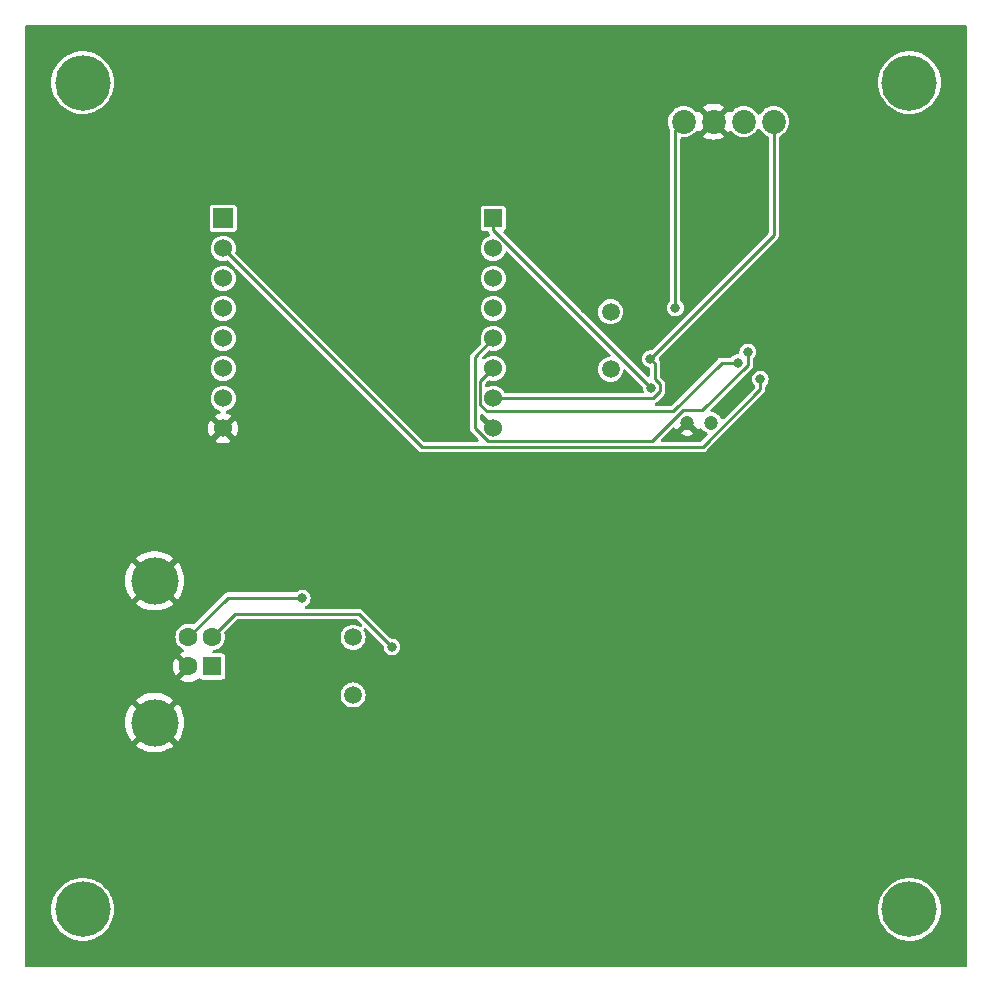
<source format=gbl>
G04 #@! TF.GenerationSoftware,KiCad,Pcbnew,8.0.6*
G04 #@! TF.CreationDate,2025-01-19T14:16:04-05:00*
G04 #@! TF.ProjectId,board_stm8_rev2,626f6172-645f-4737-946d-385f72657632,rev?*
G04 #@! TF.SameCoordinates,Original*
G04 #@! TF.FileFunction,Copper,L2,Bot*
G04 #@! TF.FilePolarity,Positive*
%FSLAX46Y46*%
G04 Gerber Fmt 4.6, Leading zero omitted, Abs format (unit mm)*
G04 Created by KiCad (PCBNEW 8.0.6) date 2025-01-19 14:16:04*
%MOMM*%
%LPD*%
G01*
G04 APERTURE LIST*
G04 #@! TA.AperFunction,ComponentPad*
%ADD10R,1.676400X1.676400*%
G04 #@! TD*
G04 #@! TA.AperFunction,ComponentPad*
%ADD11C,1.524000*%
G04 #@! TD*
G04 #@! TA.AperFunction,ComponentPad*
%ADD12R,1.524000X1.524000*%
G04 #@! TD*
G04 #@! TA.AperFunction,ComponentPad*
%ADD13C,1.200000*%
G04 #@! TD*
G04 #@! TA.AperFunction,ComponentPad*
%ADD14C,1.500000*%
G04 #@! TD*
G04 #@! TA.AperFunction,ComponentPad*
%ADD15C,2.020000*%
G04 #@! TD*
G04 #@! TA.AperFunction,ComponentPad*
%ADD16R,1.600000X1.600000*%
G04 #@! TD*
G04 #@! TA.AperFunction,ComponentPad*
%ADD17C,1.600000*%
G04 #@! TD*
G04 #@! TA.AperFunction,ComponentPad*
%ADD18C,4.000000*%
G04 #@! TD*
G04 #@! TA.AperFunction,ComponentPad*
%ADD19C,4.700000*%
G04 #@! TD*
G04 #@! TA.AperFunction,ViaPad*
%ADD20C,0.800000*%
G04 #@! TD*
G04 #@! TA.AperFunction,Conductor*
%ADD21C,0.250000*%
G04 #@! TD*
G04 APERTURE END LIST*
D10*
X146900000Y-86500000D03*
D11*
X146900000Y-89040000D03*
X146900000Y-91580000D03*
X146900000Y-94120000D03*
X146900000Y-96660000D03*
X146900000Y-99200000D03*
X146900000Y-101740000D03*
X146900000Y-104280000D03*
X169760000Y-104280000D03*
X169760000Y-101740000D03*
X169760000Y-99200000D03*
X169760000Y-96660000D03*
X169760000Y-94120000D03*
X169760000Y-91580000D03*
X169760000Y-89040000D03*
D12*
X169760000Y-86500000D03*
D13*
X188200000Y-103800000D03*
X186200000Y-103800000D03*
D14*
X179700000Y-94400000D03*
X179700000Y-99280000D03*
D15*
X193500000Y-78300000D03*
X190960000Y-78300000D03*
X188420000Y-78300000D03*
X185880000Y-78300000D03*
D14*
X157892000Y-126849000D03*
X157892000Y-121969000D03*
D16*
X145954000Y-124436000D03*
D17*
X145954000Y-121936000D03*
X143954000Y-121936000D03*
X143954000Y-124436000D03*
D18*
X141094000Y-129186000D03*
X141094000Y-117186000D03*
D19*
X135000000Y-75000000D03*
X205000000Y-75000000D03*
X205000000Y-145000000D03*
X135000000Y-145000000D03*
D20*
X185184500Y-94067500D03*
X190469000Y-98709300D03*
X192377900Y-100109800D03*
X191315400Y-97815300D03*
X183149400Y-100847600D03*
X161193600Y-122778900D03*
X153600000Y-118650000D03*
X183057700Y-98372100D03*
D21*
X145954000Y-121936000D02*
X147890000Y-120000000D01*
X147890000Y-120000000D02*
X158414700Y-120000000D01*
X158414700Y-120000000D02*
X161193600Y-122778900D01*
X153600000Y-118650000D02*
X153550000Y-118600000D01*
X153550000Y-118600000D02*
X147290000Y-118600000D01*
X147290000Y-118600000D02*
X143954000Y-121936000D01*
X183149400Y-100847600D02*
X169760000Y-87458200D01*
X169760000Y-87458200D02*
X169760000Y-86500000D01*
X185184500Y-78995500D02*
X185880000Y-78300000D01*
X185184500Y-94067500D02*
X185184500Y-78995500D01*
X168658300Y-100301700D02*
X169760000Y-99200000D01*
X168658300Y-102269100D02*
X168658300Y-100301700D01*
X169228000Y-102838800D02*
X168658300Y-102269100D01*
X184961400Y-102838800D02*
X169228000Y-102838800D01*
X189090900Y-98709300D02*
X184961400Y-102838800D01*
X190469000Y-98709300D02*
X189090900Y-98709300D01*
X192377900Y-100968000D02*
X192377900Y-100109800D01*
X187500700Y-105845200D02*
X192377900Y-100968000D01*
X163705200Y-105845200D02*
X187500700Y-105845200D01*
X146900000Y-89040000D02*
X163705200Y-105845200D01*
X168206600Y-98213400D02*
X169760000Y-96660000D01*
X168206600Y-104274000D02*
X168206600Y-98213400D01*
X169301300Y-105368700D02*
X168206600Y-104274000D01*
X183195100Y-105368700D02*
X169301300Y-105368700D01*
X185817400Y-102746400D02*
X183195100Y-105368700D01*
X187463500Y-102746400D02*
X185817400Y-102746400D01*
X191315400Y-98894500D02*
X187463500Y-102746400D01*
X191315400Y-97815300D02*
X191315400Y-98894500D01*
X193500000Y-87929800D02*
X183057700Y-98372100D01*
X193500000Y-78300000D02*
X193500000Y-87929800D01*
X183447800Y-98762200D02*
X183057700Y-98372100D01*
X183447800Y-100118400D02*
X183447800Y-98762200D01*
X183447900Y-100118400D02*
X183447800Y-100118400D01*
X183876100Y-100546600D02*
X183447900Y-100118400D01*
X183876100Y-101148600D02*
X183876100Y-100546600D01*
X183284700Y-101740000D02*
X183876100Y-101148600D01*
X169760000Y-101740000D02*
X183284700Y-101740000D01*
G04 #@! TA.AperFunction,Conductor*
G36*
X185900000Y-103760504D02*
G01*
X185900000Y-103839496D01*
X185920444Y-103915796D01*
X185959940Y-103984205D01*
X186015795Y-104040060D01*
X186084204Y-104079556D01*
X186160504Y-104100000D01*
X186239496Y-104100000D01*
X186315796Y-104079556D01*
X186384205Y-104040060D01*
X186440060Y-103984205D01*
X186479556Y-103915796D01*
X186500000Y-103839496D01*
X186500000Y-103760504D01*
X186492784Y-103733574D01*
X187145611Y-104386401D01*
X187145611Y-104386400D01*
X187146074Y-104385790D01*
X187146074Y-104385789D01*
X187180987Y-104315676D01*
X187232887Y-104256954D01*
X187307194Y-104232048D01*
X187384000Y-104247633D01*
X187442722Y-104299533D01*
X187447631Y-104307460D01*
X187463562Y-104335053D01*
X187590899Y-104476475D01*
X187675872Y-104538212D01*
X187744854Y-104588331D01*
X187744858Y-104588333D01*
X187823273Y-104623245D01*
X187884178Y-104672564D01*
X187912264Y-104745729D01*
X187900005Y-104823135D01*
X187868750Y-104868612D01*
X187366808Y-105370556D01*
X187298937Y-105409741D01*
X187259752Y-105414900D01*
X184122948Y-105414900D01*
X184047248Y-105394616D01*
X183991832Y-105339200D01*
X183971548Y-105263500D01*
X183991832Y-105187800D01*
X184015892Y-105156444D01*
X184239095Y-104933241D01*
X184430121Y-104742215D01*
X185616994Y-104742215D01*
X185704007Y-104796091D01*
X185895477Y-104870267D01*
X185895485Y-104870269D01*
X186097326Y-104907999D01*
X186097333Y-104908000D01*
X186302667Y-104908000D01*
X186302673Y-104907999D01*
X186504514Y-104870269D01*
X186504522Y-104870267D01*
X186695988Y-104796092D01*
X186695999Y-104796087D01*
X186783004Y-104742215D01*
X186783004Y-104742214D01*
X186200000Y-104159210D01*
X185616994Y-104742215D01*
X184430121Y-104742215D01*
X184949773Y-104222562D01*
X185017640Y-104183380D01*
X185096010Y-104183380D01*
X185163881Y-104222565D01*
X185192353Y-104262137D01*
X185253921Y-104385784D01*
X185254387Y-104386401D01*
X185907216Y-103733571D01*
X185900000Y-103760504D01*
G37*
G04 #@! TD.AperFunction*
G04 #@! TA.AperFunction,Conductor*
G36*
X168864000Y-103090632D02*
G01*
X168895356Y-103114692D01*
X168963790Y-103183126D01*
X168983834Y-103194698D01*
X168983836Y-103194700D01*
X169061909Y-103239776D01*
X169063235Y-103240325D01*
X169065616Y-103241915D01*
X169070504Y-103244738D01*
X169070319Y-103245058D01*
X169112355Y-103273145D01*
X169680367Y-103841157D01*
X169588429Y-103865792D01*
X169487070Y-103924311D01*
X169404311Y-104007070D01*
X169345792Y-104108429D01*
X169321157Y-104200367D01*
X168681244Y-103560454D01*
X168642059Y-103492583D01*
X168636900Y-103453398D01*
X168636900Y-103221748D01*
X168657184Y-103146048D01*
X168712600Y-103090632D01*
X168788300Y-103070348D01*
X168864000Y-103090632D01*
G37*
G04 #@! TD.AperFunction*
G04 #@! TA.AperFunction,Conductor*
G36*
X209796800Y-70147784D02*
G01*
X209852216Y-70203200D01*
X209872500Y-70278900D01*
X209872500Y-149721100D01*
X209852216Y-149796800D01*
X209796800Y-149852216D01*
X209721100Y-149872500D01*
X130278900Y-149872500D01*
X130203200Y-149852216D01*
X130147784Y-149796800D01*
X130127500Y-149721100D01*
X130127500Y-145000000D01*
X132339847Y-145000000D01*
X132359242Y-145320646D01*
X132399169Y-145538522D01*
X132417146Y-145636616D01*
X132512714Y-145943303D01*
X132590851Y-146116919D01*
X132644550Y-146236234D01*
X132644556Y-146236243D01*
X132810740Y-146511144D01*
X133008846Y-146764007D01*
X133235992Y-146991153D01*
X133488855Y-147189259D01*
X133488858Y-147189261D01*
X133488861Y-147189263D01*
X133763765Y-147355449D01*
X134056697Y-147487286D01*
X134363384Y-147582854D01*
X134639426Y-147633440D01*
X134679353Y-147640757D01*
X134679352Y-147640757D01*
X134713957Y-147642850D01*
X135000000Y-147660153D01*
X135320646Y-147640757D01*
X135636616Y-147582854D01*
X135943303Y-147487286D01*
X136236235Y-147355449D01*
X136511139Y-147189263D01*
X136764008Y-146991153D01*
X136991153Y-146764008D01*
X137189263Y-146511139D01*
X137355449Y-146236235D01*
X137487286Y-145943303D01*
X137582854Y-145636616D01*
X137640757Y-145320646D01*
X137660153Y-145000000D01*
X202339847Y-145000000D01*
X202359242Y-145320646D01*
X202399169Y-145538522D01*
X202417146Y-145636616D01*
X202512714Y-145943303D01*
X202590851Y-146116919D01*
X202644550Y-146236234D01*
X202644556Y-146236243D01*
X202810740Y-146511144D01*
X203008846Y-146764007D01*
X203235992Y-146991153D01*
X203488855Y-147189259D01*
X203488858Y-147189261D01*
X203488861Y-147189263D01*
X203763765Y-147355449D01*
X204056697Y-147487286D01*
X204363384Y-147582854D01*
X204639426Y-147633440D01*
X204679353Y-147640757D01*
X204679352Y-147640757D01*
X204713957Y-147642850D01*
X205000000Y-147660153D01*
X205320646Y-147640757D01*
X205636616Y-147582854D01*
X205943303Y-147487286D01*
X206236235Y-147355449D01*
X206511139Y-147189263D01*
X206764008Y-146991153D01*
X206991153Y-146764008D01*
X207189263Y-146511139D01*
X207355449Y-146236235D01*
X207487286Y-145943303D01*
X207582854Y-145636616D01*
X207640757Y-145320646D01*
X207660153Y-145000000D01*
X207640757Y-144679354D01*
X207582854Y-144363384D01*
X207487286Y-144056697D01*
X207355449Y-143763765D01*
X207189263Y-143488861D01*
X207189261Y-143488858D01*
X207189259Y-143488855D01*
X206991153Y-143235992D01*
X206764007Y-143008846D01*
X206511144Y-142810740D01*
X206236243Y-142644556D01*
X206236234Y-142644550D01*
X206116919Y-142590851D01*
X205943303Y-142512714D01*
X205943296Y-142512711D01*
X205943294Y-142512711D01*
X205636619Y-142417147D01*
X205636616Y-142417146D01*
X205538522Y-142399169D01*
X205320646Y-142359242D01*
X205320647Y-142359242D01*
X205000000Y-142339847D01*
X204679353Y-142359242D01*
X204421549Y-142406486D01*
X204363384Y-142417146D01*
X204363381Y-142417146D01*
X204363380Y-142417147D01*
X204056705Y-142512711D01*
X204056699Y-142512713D01*
X204056697Y-142512714D01*
X203980724Y-142546906D01*
X203763765Y-142644550D01*
X203763756Y-142644556D01*
X203488855Y-142810740D01*
X203235992Y-143008846D01*
X203008846Y-143235992D01*
X202810740Y-143488855D01*
X202644556Y-143763756D01*
X202644550Y-143763765D01*
X202512713Y-144056700D01*
X202512711Y-144056705D01*
X202417147Y-144363380D01*
X202359242Y-144679353D01*
X202339847Y-145000000D01*
X137660153Y-145000000D01*
X137640757Y-144679354D01*
X137582854Y-144363384D01*
X137487286Y-144056697D01*
X137355449Y-143763765D01*
X137189263Y-143488861D01*
X137189261Y-143488858D01*
X137189259Y-143488855D01*
X136991153Y-143235992D01*
X136764007Y-143008846D01*
X136511144Y-142810740D01*
X136236243Y-142644556D01*
X136236234Y-142644550D01*
X136116919Y-142590851D01*
X135943303Y-142512714D01*
X135943296Y-142512711D01*
X135943294Y-142512711D01*
X135636619Y-142417147D01*
X135636616Y-142417146D01*
X135538522Y-142399169D01*
X135320646Y-142359242D01*
X135320647Y-142359242D01*
X135000000Y-142339847D01*
X134679353Y-142359242D01*
X134421549Y-142406486D01*
X134363384Y-142417146D01*
X134363381Y-142417146D01*
X134363380Y-142417147D01*
X134056705Y-142512711D01*
X134056699Y-142512713D01*
X134056697Y-142512714D01*
X133980724Y-142546906D01*
X133763765Y-142644550D01*
X133763756Y-142644556D01*
X133488855Y-142810740D01*
X133235992Y-143008846D01*
X133008846Y-143235992D01*
X132810740Y-143488855D01*
X132644556Y-143763756D01*
X132644550Y-143763765D01*
X132512713Y-144056700D01*
X132512711Y-144056705D01*
X132417147Y-144363380D01*
X132359242Y-144679353D01*
X132339847Y-145000000D01*
X130127500Y-145000000D01*
X130127500Y-129185995D01*
X138581041Y-129185995D01*
X138581041Y-129186004D01*
X138600854Y-129500941D01*
X138600857Y-129500965D01*
X138659987Y-129810934D01*
X138659991Y-129810949D01*
X138757509Y-130111081D01*
X138891875Y-130396623D01*
X138891885Y-130396641D01*
X139060972Y-130663079D01*
X139150042Y-130770746D01*
X140119531Y-129801255D01*
X140216829Y-129935175D01*
X140344825Y-130063171D01*
X140478742Y-130160467D01*
X139506521Y-131132688D01*
X139747488Y-131307761D01*
X140024035Y-131459793D01*
X140024039Y-131459795D01*
X140317451Y-131575965D01*
X140623118Y-131654448D01*
X140623114Y-131654448D01*
X140936198Y-131693999D01*
X140936210Y-131694000D01*
X141251790Y-131694000D01*
X141251801Y-131693999D01*
X141564883Y-131654448D01*
X141870548Y-131575965D01*
X142163960Y-131459795D01*
X142163964Y-131459793D01*
X142440511Y-131307761D01*
X142681477Y-131132688D01*
X141709257Y-130160467D01*
X141843175Y-130063171D01*
X141971171Y-129935175D01*
X142068467Y-129801256D01*
X143037956Y-130770745D01*
X143127031Y-130663073D01*
X143127034Y-130663070D01*
X143296114Y-130396641D01*
X143296124Y-130396623D01*
X143430490Y-130111081D01*
X143528008Y-129810949D01*
X143528012Y-129810934D01*
X143587142Y-129500965D01*
X143587145Y-129500941D01*
X143606959Y-129186004D01*
X143606959Y-129185995D01*
X143587145Y-128871058D01*
X143587142Y-128871034D01*
X143528012Y-128561065D01*
X143528008Y-128561050D01*
X143430490Y-128260918D01*
X143296124Y-127975376D01*
X143296114Y-127975358D01*
X143127032Y-127708928D01*
X143127028Y-127708922D01*
X143037956Y-127601253D01*
X142068466Y-128570742D01*
X141971171Y-128436825D01*
X141843175Y-128308829D01*
X141709255Y-128211531D01*
X142681476Y-127239310D01*
X142440507Y-127064236D01*
X142163964Y-126912206D01*
X142163960Y-126912204D01*
X142004322Y-126848999D01*
X156831594Y-126848999D01*
X156831594Y-126849000D01*
X156851968Y-127055874D01*
X156912312Y-127254798D01*
X156912313Y-127254800D01*
X157010303Y-127438128D01*
X157010305Y-127438130D01*
X157142180Y-127598820D01*
X157276331Y-127708915D01*
X157302871Y-127730696D01*
X157394535Y-127779691D01*
X157486200Y-127828687D01*
X157685125Y-127889031D01*
X157891999Y-127909406D01*
X157892000Y-127909406D01*
X157892001Y-127909406D01*
X157995437Y-127899218D01*
X158098875Y-127889031D01*
X158297800Y-127828687D01*
X158481130Y-127730695D01*
X158641820Y-127598820D01*
X158773695Y-127438130D01*
X158871687Y-127254800D01*
X158932031Y-127055875D01*
X158952406Y-126849000D01*
X158932031Y-126642125D01*
X158871687Y-126443200D01*
X158773695Y-126259870D01*
X158641820Y-126099180D01*
X158481130Y-125967305D01*
X158481131Y-125967305D01*
X158481128Y-125967303D01*
X158297800Y-125869313D01*
X158297798Y-125869312D01*
X158098874Y-125808968D01*
X157892001Y-125788594D01*
X157891999Y-125788594D01*
X157685125Y-125808968D01*
X157486201Y-125869312D01*
X157486199Y-125869313D01*
X157302871Y-125967303D01*
X157142180Y-126099180D01*
X157010303Y-126259871D01*
X156912313Y-126443199D01*
X156912312Y-126443201D01*
X156851968Y-126642125D01*
X156831594Y-126848999D01*
X142004322Y-126848999D01*
X141870548Y-126796034D01*
X141564881Y-126717551D01*
X141564885Y-126717551D01*
X141251801Y-126678000D01*
X140936198Y-126678000D01*
X140623116Y-126717551D01*
X140317451Y-126796034D01*
X140024039Y-126912204D01*
X140024035Y-126912206D01*
X139747490Y-127064237D01*
X139747486Y-127064240D01*
X139506521Y-127239310D01*
X140478743Y-128211532D01*
X140344825Y-128308829D01*
X140216829Y-128436825D01*
X140119532Y-128570743D01*
X139150042Y-127601253D01*
X139150041Y-127601253D01*
X139060976Y-127708915D01*
X139060969Y-127708925D01*
X138891885Y-127975358D01*
X138891875Y-127975376D01*
X138757509Y-128260918D01*
X138659991Y-128561050D01*
X138659987Y-128561065D01*
X138600857Y-128871034D01*
X138600854Y-128871058D01*
X138581041Y-129185995D01*
X130127500Y-129185995D01*
X130127500Y-124436000D01*
X142641004Y-124436000D01*
X142660950Y-124663999D01*
X142720187Y-124885073D01*
X142816913Y-125092498D01*
X142816913Y-125092499D01*
X142866900Y-125163888D01*
X143490253Y-124540534D01*
X143511370Y-124619343D01*
X143573905Y-124727657D01*
X143662343Y-124816095D01*
X143770657Y-124878630D01*
X143849462Y-124899745D01*
X143226109Y-125523098D01*
X143297501Y-125573086D01*
X143504927Y-125669812D01*
X143504926Y-125669812D01*
X143726000Y-125729049D01*
X143954000Y-125748995D01*
X144181999Y-125729049D01*
X144403073Y-125669812D01*
X144610500Y-125573086D01*
X144610505Y-125573083D01*
X144770418Y-125461110D01*
X144844062Y-125434305D01*
X144921242Y-125447914D01*
X144964314Y-125478073D01*
X144978475Y-125492234D01*
X145082891Y-125538338D01*
X145108421Y-125541300D01*
X146799578Y-125541299D01*
X146799580Y-125541299D01*
X146812343Y-125539818D01*
X146825109Y-125538338D01*
X146929525Y-125492234D01*
X147010234Y-125411525D01*
X147056338Y-125307109D01*
X147059300Y-125281579D01*
X147059299Y-123590422D01*
X147056338Y-123564891D01*
X147010234Y-123460475D01*
X146929525Y-123379766D01*
X146892942Y-123363613D01*
X146825110Y-123333662D01*
X146825104Y-123333661D01*
X146799581Y-123330700D01*
X146142129Y-123330700D01*
X146066429Y-123310416D01*
X146011013Y-123255000D01*
X145990729Y-123179300D01*
X146011013Y-123103600D01*
X146066429Y-123048184D01*
X146114306Y-123030479D01*
X146257775Y-123003660D01*
X146316361Y-122980964D01*
X146448776Y-122929667D01*
X146448779Y-122929665D01*
X146448785Y-122929663D01*
X146622946Y-122821827D01*
X146774326Y-122683826D01*
X146774329Y-122683821D01*
X146774332Y-122683819D01*
X146869569Y-122557704D01*
X146897771Y-122520358D01*
X146989077Y-122336991D01*
X147045135Y-122139968D01*
X147064035Y-121936000D01*
X147045135Y-121732032D01*
X147007766Y-121600693D01*
X147006559Y-121522332D01*
X147044694Y-121453865D01*
X147046260Y-121452274D01*
X148023892Y-120474644D01*
X148091763Y-120435459D01*
X148130948Y-120430300D01*
X158173752Y-120430300D01*
X158249452Y-120450584D01*
X158280808Y-120474644D01*
X158645235Y-120839071D01*
X158684420Y-120906942D01*
X158684420Y-120985312D01*
X158645235Y-121053183D01*
X158577364Y-121092368D01*
X158498994Y-121092368D01*
X158466810Y-121079650D01*
X158297800Y-120989313D01*
X158297798Y-120989312D01*
X158098874Y-120928968D01*
X157892001Y-120908594D01*
X157891999Y-120908594D01*
X157685125Y-120928968D01*
X157486201Y-120989312D01*
X157486199Y-120989313D01*
X157302871Y-121087303D01*
X157142180Y-121219180D01*
X157010303Y-121379871D01*
X156912313Y-121563199D01*
X156912312Y-121563201D01*
X156851968Y-121762125D01*
X156831594Y-121968999D01*
X156831594Y-121969000D01*
X156851968Y-122175874D01*
X156912312Y-122374798D01*
X156912313Y-122374800D01*
X157010303Y-122558128D01*
X157010305Y-122558130D01*
X157142180Y-122718820D01*
X157215388Y-122778900D01*
X157302871Y-122850696D01*
X157394535Y-122899691D01*
X157486200Y-122948687D01*
X157592602Y-122980964D01*
X157685125Y-123009031D01*
X157891999Y-123029406D01*
X157892000Y-123029406D01*
X157892001Y-123029406D01*
X158069765Y-123011898D01*
X158098875Y-123009031D01*
X158297800Y-122948687D01*
X158481130Y-122850695D01*
X158641820Y-122718820D01*
X158773695Y-122558130D01*
X158871687Y-122374800D01*
X158932031Y-122175875D01*
X158952406Y-121969000D01*
X158932031Y-121762125D01*
X158871687Y-121563200D01*
X158781349Y-121394189D01*
X158763553Y-121317866D01*
X158786303Y-121242870D01*
X158843503Y-121189297D01*
X158919826Y-121171501D01*
X158994822Y-121194251D01*
X159021928Y-121215764D01*
X160442032Y-122635868D01*
X160481217Y-122703739D01*
X160485272Y-122761171D01*
X160483120Y-122778896D01*
X160483120Y-122778901D01*
X160503764Y-122948927D01*
X160515914Y-122980964D01*
X160543103Y-123052656D01*
X160564501Y-123109076D01*
X160564504Y-123109083D01*
X160661795Y-123250032D01*
X160661798Y-123250035D01*
X160790001Y-123363614D01*
X160941660Y-123443210D01*
X161107961Y-123484200D01*
X161107964Y-123484200D01*
X161279236Y-123484200D01*
X161279239Y-123484200D01*
X161445540Y-123443210D01*
X161597199Y-123363614D01*
X161725402Y-123250035D01*
X161822699Y-123109077D01*
X161883435Y-122948929D01*
X161904080Y-122778900D01*
X161901927Y-122761171D01*
X161883435Y-122608872D01*
X161883435Y-122608871D01*
X161822699Y-122448723D01*
X161822696Y-122448719D01*
X161822695Y-122448716D01*
X161725404Y-122307767D01*
X161725401Y-122307764D01*
X161597199Y-122194186D01*
X161597198Y-122194185D01*
X161445544Y-122114592D01*
X161445540Y-122114590D01*
X161279239Y-122073600D01*
X161159548Y-122073600D01*
X161083848Y-122053316D01*
X161052492Y-122029256D01*
X158678911Y-119655675D01*
X158678910Y-119655674D01*
X158580790Y-119599024D01*
X158580787Y-119599022D01*
X158526071Y-119584362D01*
X158526070Y-119584362D01*
X158471351Y-119569700D01*
X158471350Y-119569700D01*
X153979589Y-119569700D01*
X153903889Y-119549416D01*
X153848473Y-119494000D01*
X153828189Y-119418300D01*
X153848473Y-119342600D01*
X153903889Y-119287184D01*
X153909231Y-119284242D01*
X154003595Y-119234716D01*
X154003594Y-119234716D01*
X154003599Y-119234714D01*
X154131802Y-119121135D01*
X154229099Y-118980177D01*
X154289835Y-118820029D01*
X154310480Y-118650000D01*
X154289835Y-118479971D01*
X154229099Y-118319823D01*
X154229096Y-118319819D01*
X154229095Y-118319816D01*
X154131804Y-118178867D01*
X154131801Y-118178864D01*
X154003599Y-118065286D01*
X154003598Y-118065285D01*
X153851944Y-117985692D01*
X153851940Y-117985690D01*
X153685639Y-117944700D01*
X153514361Y-117944700D01*
X153389635Y-117975442D01*
X153348059Y-117985690D01*
X153348055Y-117985692D01*
X153196403Y-118065284D01*
X153196401Y-118065286D01*
X153121519Y-118131625D01*
X153051410Y-118166640D01*
X153021125Y-118169700D01*
X147233347Y-118169700D01*
X147123911Y-118199023D01*
X147025788Y-118255675D01*
X144439503Y-120841959D01*
X144371632Y-120881144D01*
X144293262Y-120881144D01*
X144277761Y-120876082D01*
X144257772Y-120868339D01*
X144257773Y-120868339D01*
X144056421Y-120830700D01*
X143851579Y-120830700D01*
X143851578Y-120830700D01*
X143650226Y-120868339D01*
X143650216Y-120868342D01*
X143459223Y-120942332D01*
X143459212Y-120942338D01*
X143285052Y-121050174D01*
X143133667Y-121188180D01*
X143010229Y-121351640D01*
X142918923Y-121535008D01*
X142918921Y-121535014D01*
X142862866Y-121732025D01*
X142862864Y-121732034D01*
X142843965Y-121935998D01*
X142843965Y-121936001D01*
X142862864Y-122139965D01*
X142862866Y-122139974D01*
X142918921Y-122336985D01*
X142918923Y-122336991D01*
X143010229Y-122520359D01*
X143133667Y-122683819D01*
X143133672Y-122683824D01*
X143133674Y-122683826D01*
X143285054Y-122821827D01*
X143392169Y-122888150D01*
X143459211Y-122929661D01*
X143459213Y-122929661D01*
X143459215Y-122929663D01*
X143472234Y-122934706D01*
X143535493Y-122980964D01*
X143567151Y-123052656D01*
X143558721Y-123130572D01*
X143512462Y-123193833D01*
X143481528Y-123213098D01*
X143297501Y-123298912D01*
X143297500Y-123298912D01*
X143226110Y-123348899D01*
X143226110Y-123348900D01*
X143849463Y-123972253D01*
X143770657Y-123993370D01*
X143662343Y-124055905D01*
X143573905Y-124144343D01*
X143511370Y-124252657D01*
X143490253Y-124331463D01*
X142866900Y-123708110D01*
X142866899Y-123708110D01*
X142816912Y-123779500D01*
X142816912Y-123779501D01*
X142720187Y-123986926D01*
X142660950Y-124208000D01*
X142641004Y-124436000D01*
X130127500Y-124436000D01*
X130127500Y-117185995D01*
X138581041Y-117185995D01*
X138581041Y-117186004D01*
X138600854Y-117500941D01*
X138600857Y-117500965D01*
X138659987Y-117810934D01*
X138659991Y-117810949D01*
X138757509Y-118111081D01*
X138891875Y-118396623D01*
X138891885Y-118396641D01*
X139060972Y-118663079D01*
X139150042Y-118770746D01*
X140119531Y-117801255D01*
X140216829Y-117935175D01*
X140344825Y-118063171D01*
X140478742Y-118160467D01*
X139506521Y-119132688D01*
X139747488Y-119307761D01*
X140024035Y-119459793D01*
X140024039Y-119459795D01*
X140317451Y-119575965D01*
X140623118Y-119654448D01*
X140623114Y-119654448D01*
X140936198Y-119693999D01*
X140936210Y-119694000D01*
X141251790Y-119694000D01*
X141251801Y-119693999D01*
X141564883Y-119654448D01*
X141870548Y-119575965D01*
X142163960Y-119459795D01*
X142163964Y-119459793D01*
X142440511Y-119307761D01*
X142681477Y-119132688D01*
X141709257Y-118160467D01*
X141843175Y-118063171D01*
X141971171Y-117935175D01*
X142068467Y-117801256D01*
X143037956Y-118770745D01*
X143127031Y-118663073D01*
X143127034Y-118663070D01*
X143296114Y-118396641D01*
X143296124Y-118396623D01*
X143430490Y-118111081D01*
X143528008Y-117810949D01*
X143528012Y-117810934D01*
X143587142Y-117500965D01*
X143587145Y-117500941D01*
X143606959Y-117186004D01*
X143606959Y-117185995D01*
X143587145Y-116871058D01*
X143587142Y-116871034D01*
X143528012Y-116561065D01*
X143528008Y-116561050D01*
X143430490Y-116260918D01*
X143296124Y-115975376D01*
X143296114Y-115975358D01*
X143127032Y-115708928D01*
X143127028Y-115708922D01*
X143037956Y-115601253D01*
X142068466Y-116570742D01*
X141971171Y-116436825D01*
X141843175Y-116308829D01*
X141709255Y-116211531D01*
X142681476Y-115239310D01*
X142440507Y-115064236D01*
X142163964Y-114912206D01*
X142163960Y-114912204D01*
X141870548Y-114796034D01*
X141564881Y-114717551D01*
X141564885Y-114717551D01*
X141251801Y-114678000D01*
X140936198Y-114678000D01*
X140623116Y-114717551D01*
X140317451Y-114796034D01*
X140024039Y-114912204D01*
X140024035Y-114912206D01*
X139747490Y-115064237D01*
X139747486Y-115064240D01*
X139506521Y-115239310D01*
X140478743Y-116211532D01*
X140344825Y-116308829D01*
X140216829Y-116436825D01*
X140119532Y-116570743D01*
X139150042Y-115601253D01*
X139150041Y-115601253D01*
X139060976Y-115708915D01*
X139060969Y-115708925D01*
X138891885Y-115975358D01*
X138891875Y-115975376D01*
X138757509Y-116260918D01*
X138659991Y-116561050D01*
X138659987Y-116561065D01*
X138600857Y-116871034D01*
X138600854Y-116871058D01*
X138581041Y-117185995D01*
X130127500Y-117185995D01*
X130127500Y-104280000D01*
X145625149Y-104280000D01*
X145644516Y-104501375D01*
X145702032Y-104716027D01*
X145795948Y-104917427D01*
X145795949Y-104917429D01*
X145840184Y-104980603D01*
X145840185Y-104980604D01*
X146461156Y-104359631D01*
X146485792Y-104451571D01*
X146544311Y-104552930D01*
X146627070Y-104635689D01*
X146728429Y-104694208D01*
X146820367Y-104718842D01*
X146199395Y-105339814D01*
X146262570Y-105384050D01*
X146262572Y-105384051D01*
X146463973Y-105477967D01*
X146463972Y-105477967D01*
X146678624Y-105535483D01*
X146678623Y-105535483D01*
X146900000Y-105554850D01*
X147121375Y-105535483D01*
X147336027Y-105477967D01*
X147537423Y-105384054D01*
X147537433Y-105384048D01*
X147600603Y-105339814D01*
X147600603Y-105339813D01*
X146979632Y-104718842D01*
X147071571Y-104694208D01*
X147172930Y-104635689D01*
X147255689Y-104552930D01*
X147314208Y-104451571D01*
X147338842Y-104359632D01*
X147959813Y-104980603D01*
X147959814Y-104980603D01*
X148004048Y-104917433D01*
X148004054Y-104917423D01*
X148097967Y-104716027D01*
X148155483Y-104501375D01*
X148174850Y-104280000D01*
X148155483Y-104058624D01*
X148097967Y-103843972D01*
X148004051Y-103642573D01*
X147959814Y-103579394D01*
X147338842Y-104200366D01*
X147314208Y-104108429D01*
X147255689Y-104007070D01*
X147172930Y-103924311D01*
X147071571Y-103865792D01*
X146979631Y-103841156D01*
X147600604Y-103220185D01*
X147600603Y-103220184D01*
X147537429Y-103175949D01*
X147537427Y-103175948D01*
X147336026Y-103082032D01*
X147336027Y-103082032D01*
X147219787Y-103050886D01*
X147151916Y-103011701D01*
X147112731Y-102943830D01*
X147112731Y-102865460D01*
X147151916Y-102797589D01*
X147215024Y-102759764D01*
X147269299Y-102743300D01*
X147310414Y-102730828D01*
X147495829Y-102631721D01*
X147658347Y-102498347D01*
X147791721Y-102335829D01*
X147890828Y-102150414D01*
X147951857Y-101949227D01*
X147972464Y-101740000D01*
X147951857Y-101530773D01*
X147890828Y-101329586D01*
X147791721Y-101144171D01*
X147791720Y-101144169D01*
X147658351Y-100981657D01*
X147658342Y-100981648D01*
X147495830Y-100848279D01*
X147495828Y-100848278D01*
X147386356Y-100789764D01*
X147310414Y-100749172D01*
X147310411Y-100749171D01*
X147109225Y-100688142D01*
X146900000Y-100667536D01*
X146690774Y-100688142D01*
X146690773Y-100688142D01*
X146489588Y-100749171D01*
X146304171Y-100848278D01*
X146304169Y-100848279D01*
X146141657Y-100981648D01*
X146141648Y-100981657D01*
X146008279Y-101144169D01*
X146008278Y-101144171D01*
X145909171Y-101329588D01*
X145848142Y-101530773D01*
X145848142Y-101530774D01*
X145827536Y-101740000D01*
X145848142Y-101949225D01*
X145848142Y-101949226D01*
X145890542Y-102089000D01*
X145909172Y-102150414D01*
X145957271Y-102240400D01*
X146008278Y-102335828D01*
X146008279Y-102335830D01*
X146141648Y-102498342D01*
X146141657Y-102498351D01*
X146304169Y-102631720D01*
X146304171Y-102631721D01*
X146489586Y-102730828D01*
X146584976Y-102759764D01*
X146651528Y-102801149D01*
X146688472Y-102870265D01*
X146685908Y-102948594D01*
X146644523Y-103015146D01*
X146580213Y-103050886D01*
X146463971Y-103082033D01*
X146262573Y-103175948D01*
X146262566Y-103175952D01*
X146199395Y-103220184D01*
X146199395Y-103220185D01*
X146820367Y-103841157D01*
X146728429Y-103865792D01*
X146627070Y-103924311D01*
X146544311Y-104007070D01*
X146485792Y-104108429D01*
X146461157Y-104200367D01*
X145840185Y-103579395D01*
X145840184Y-103579395D01*
X145795952Y-103642566D01*
X145795948Y-103642573D01*
X145702032Y-103843972D01*
X145644516Y-104058624D01*
X145625149Y-104280000D01*
X130127500Y-104280000D01*
X130127500Y-99200000D01*
X145827536Y-99200000D01*
X145848142Y-99409225D01*
X145848142Y-99409226D01*
X145871697Y-99486875D01*
X145909172Y-99610414D01*
X145924272Y-99638664D01*
X146008278Y-99795828D01*
X146008279Y-99795830D01*
X146141648Y-99958342D01*
X146141657Y-99958351D01*
X146304169Y-100091720D01*
X146304171Y-100091721D01*
X146489586Y-100190828D01*
X146690773Y-100251857D01*
X146900000Y-100272464D01*
X147109227Y-100251857D01*
X147310414Y-100190828D01*
X147495829Y-100091721D01*
X147658347Y-99958347D01*
X147791721Y-99795829D01*
X147890828Y-99610414D01*
X147951857Y-99409227D01*
X147972464Y-99200000D01*
X147951857Y-98990773D01*
X147890828Y-98789586D01*
X147791721Y-98604171D01*
X147791720Y-98604169D01*
X147658351Y-98441657D01*
X147658342Y-98441648D01*
X147495830Y-98308279D01*
X147495828Y-98308278D01*
X147415092Y-98265124D01*
X147310414Y-98209172D01*
X147310411Y-98209171D01*
X147109225Y-98148142D01*
X146900000Y-98127536D01*
X146690774Y-98148142D01*
X146690773Y-98148142D01*
X146489588Y-98209171D01*
X146304171Y-98308278D01*
X146304169Y-98308279D01*
X146141657Y-98441648D01*
X146141648Y-98441657D01*
X146008279Y-98604169D01*
X146008278Y-98604171D01*
X145909171Y-98789588D01*
X145848142Y-98990773D01*
X145848142Y-98990774D01*
X145827536Y-99200000D01*
X130127500Y-99200000D01*
X130127500Y-96660000D01*
X145827536Y-96660000D01*
X145848142Y-96869225D01*
X145848142Y-96869226D01*
X145902627Y-97048837D01*
X145909172Y-97070414D01*
X145952241Y-97150990D01*
X146008278Y-97255828D01*
X146008279Y-97255830D01*
X146141648Y-97418342D01*
X146141657Y-97418351D01*
X146304169Y-97551720D01*
X146304171Y-97551721D01*
X146489586Y-97650828D01*
X146690773Y-97711857D01*
X146900000Y-97732464D01*
X147109227Y-97711857D01*
X147310414Y-97650828D01*
X147495829Y-97551721D01*
X147658347Y-97418347D01*
X147791721Y-97255829D01*
X147890828Y-97070414D01*
X147951857Y-96869227D01*
X147972464Y-96660000D01*
X147951857Y-96450773D01*
X147890828Y-96249586D01*
X147791721Y-96064171D01*
X147791720Y-96064169D01*
X147658351Y-95901657D01*
X147658342Y-95901648D01*
X147495830Y-95768279D01*
X147495828Y-95768278D01*
X147415092Y-95725124D01*
X147310414Y-95669172D01*
X147310411Y-95669171D01*
X147109225Y-95608142D01*
X146900000Y-95587536D01*
X146690774Y-95608142D01*
X146690773Y-95608142D01*
X146489588Y-95669171D01*
X146304171Y-95768278D01*
X146304169Y-95768279D01*
X146141657Y-95901648D01*
X146141648Y-95901657D01*
X146008279Y-96064169D01*
X146008278Y-96064171D01*
X145909171Y-96249588D01*
X145848142Y-96450773D01*
X145848142Y-96450774D01*
X145827536Y-96660000D01*
X130127500Y-96660000D01*
X130127500Y-94120000D01*
X145827536Y-94120000D01*
X145848142Y-94329225D01*
X145848142Y-94329226D01*
X145909171Y-94530411D01*
X145909172Y-94530414D01*
X145950041Y-94606874D01*
X146008278Y-94715828D01*
X146008279Y-94715830D01*
X146141648Y-94878342D01*
X146141657Y-94878351D01*
X146304169Y-95011720D01*
X146304171Y-95011721D01*
X146489586Y-95110828D01*
X146690773Y-95171857D01*
X146900000Y-95192464D01*
X147109227Y-95171857D01*
X147310414Y-95110828D01*
X147495829Y-95011721D01*
X147658347Y-94878347D01*
X147791721Y-94715829D01*
X147890828Y-94530414D01*
X147951857Y-94329227D01*
X147972464Y-94120000D01*
X147951857Y-93910773D01*
X147890828Y-93709586D01*
X147791721Y-93524171D01*
X147791720Y-93524169D01*
X147658351Y-93361657D01*
X147658342Y-93361648D01*
X147495830Y-93228279D01*
X147495828Y-93228278D01*
X147415092Y-93185124D01*
X147310414Y-93129172D01*
X147310411Y-93129171D01*
X147109225Y-93068142D01*
X146900000Y-93047536D01*
X146690774Y-93068142D01*
X146690773Y-93068142D01*
X146489588Y-93129171D01*
X146304171Y-93228278D01*
X146304169Y-93228279D01*
X146141657Y-93361648D01*
X146141648Y-93361657D01*
X146008279Y-93524169D01*
X146008278Y-93524171D01*
X145909171Y-93709588D01*
X145848142Y-93910773D01*
X145848142Y-93910774D01*
X145827536Y-94120000D01*
X130127500Y-94120000D01*
X130127500Y-91580000D01*
X145827536Y-91580000D01*
X145848142Y-91789225D01*
X145848142Y-91789226D01*
X145909171Y-91990411D01*
X145909172Y-91990414D01*
X145965124Y-92095092D01*
X146008278Y-92175828D01*
X146008279Y-92175830D01*
X146141648Y-92338342D01*
X146141657Y-92338351D01*
X146304169Y-92471720D01*
X146304171Y-92471721D01*
X146489586Y-92570828D01*
X146690773Y-92631857D01*
X146900000Y-92652464D01*
X147109227Y-92631857D01*
X147310414Y-92570828D01*
X147495829Y-92471721D01*
X147658347Y-92338347D01*
X147791721Y-92175829D01*
X147890828Y-91990414D01*
X147951857Y-91789227D01*
X147972464Y-91580000D01*
X147951857Y-91370773D01*
X147890828Y-91169586D01*
X147791721Y-90984171D01*
X147791720Y-90984169D01*
X147715197Y-90890925D01*
X147682853Y-90819540D01*
X147685368Y-90794009D01*
X147645935Y-90794009D01*
X147589075Y-90764803D01*
X147495829Y-90688279D01*
X147310414Y-90589172D01*
X147310411Y-90589171D01*
X147109225Y-90528142D01*
X146900000Y-90507536D01*
X146690774Y-90528142D01*
X146690773Y-90528142D01*
X146489588Y-90589171D01*
X146304171Y-90688278D01*
X146304169Y-90688279D01*
X146141657Y-90821648D01*
X146141648Y-90821657D01*
X146008279Y-90984169D01*
X146008278Y-90984171D01*
X145909171Y-91169588D01*
X145848142Y-91370773D01*
X145848142Y-91370774D01*
X145827536Y-91580000D01*
X130127500Y-91580000D01*
X130127500Y-89040000D01*
X145827536Y-89040000D01*
X145848142Y-89249225D01*
X145848142Y-89249226D01*
X145891064Y-89390719D01*
X145909172Y-89450414D01*
X145965124Y-89555092D01*
X146008278Y-89635828D01*
X146008279Y-89635830D01*
X146141648Y-89798342D01*
X146141657Y-89798351D01*
X146304169Y-89931720D01*
X146304171Y-89931721D01*
X146489586Y-90030828D01*
X146690773Y-90091857D01*
X146900000Y-90112464D01*
X147109227Y-90091857D01*
X147201999Y-90063714D01*
X147280325Y-90061150D01*
X147349442Y-90098093D01*
X147353003Y-90101539D01*
X147792176Y-90540712D01*
X147831361Y-90608583D01*
X147831361Y-90647844D01*
X147885563Y-90653183D01*
X147939287Y-90687823D01*
X163360874Y-106109410D01*
X163440990Y-106189526D01*
X163539110Y-106246176D01*
X163593830Y-106260838D01*
X163648548Y-106275500D01*
X163648550Y-106275500D01*
X187557350Y-106275500D01*
X187557351Y-106275500D01*
X187612070Y-106260838D01*
X187612071Y-106260838D01*
X187666787Y-106246177D01*
X187666787Y-106246176D01*
X187666790Y-106246176D01*
X187764910Y-106189526D01*
X187845026Y-106109410D01*
X192722225Y-101232211D01*
X192778876Y-101134090D01*
X192788650Y-101097610D01*
X192808200Y-101024653D01*
X192808200Y-100738997D01*
X192828484Y-100663297D01*
X192859203Y-100625672D01*
X192888565Y-100599660D01*
X192909699Y-100580938D01*
X192909700Y-100580936D01*
X192909702Y-100580935D01*
X193006999Y-100439977D01*
X193067735Y-100279829D01*
X193088380Y-100109800D01*
X193067735Y-99939771D01*
X193006999Y-99779623D01*
X193006996Y-99779619D01*
X193006995Y-99779616D01*
X192909704Y-99638667D01*
X192909701Y-99638664D01*
X192781499Y-99525086D01*
X192781498Y-99525085D01*
X192629844Y-99445492D01*
X192629840Y-99445490D01*
X192463539Y-99404500D01*
X192292261Y-99404500D01*
X192167535Y-99435242D01*
X192125959Y-99445490D01*
X192125955Y-99445492D01*
X191974301Y-99525085D01*
X191974300Y-99525086D01*
X191846098Y-99638664D01*
X191846095Y-99638667D01*
X191748804Y-99779616D01*
X191748801Y-99779623D01*
X191688064Y-99939772D01*
X191667420Y-100109798D01*
X191667420Y-100109801D01*
X191688064Y-100279827D01*
X191711039Y-100340406D01*
X191726247Y-100380508D01*
X191748801Y-100439976D01*
X191748804Y-100439983D01*
X191846095Y-100580932D01*
X191846102Y-100580940D01*
X191890262Y-100620062D01*
X191933473Y-100685443D01*
X191938205Y-100763670D01*
X191903189Y-100833783D01*
X191896921Y-100840442D01*
X189272137Y-103465225D01*
X189204266Y-103504410D01*
X189125896Y-103504410D01*
X189058025Y-103465225D01*
X189033965Y-103433869D01*
X189026246Y-103420500D01*
X188989305Y-103356515D01*
X188936440Y-103264949D01*
X188936437Y-103264946D01*
X188809103Y-103123527D01*
X188809102Y-103123526D01*
X188809101Y-103123525D01*
X188709123Y-103050886D01*
X188655145Y-103011668D01*
X188655141Y-103011666D01*
X188481295Y-102934266D01*
X188434758Y-102924374D01*
X188295151Y-102894700D01*
X188289247Y-102894700D01*
X188213547Y-102874416D01*
X188158131Y-102819000D01*
X188137847Y-102743300D01*
X188158131Y-102667600D01*
X188182191Y-102636244D01*
X189713822Y-101104613D01*
X191659725Y-99158711D01*
X191668595Y-99143349D01*
X191716376Y-99060590D01*
X191739709Y-98973510D01*
X191744183Y-98956813D01*
X191745700Y-98951153D01*
X191745700Y-98444497D01*
X191765984Y-98368797D01*
X191796703Y-98331172D01*
X191831538Y-98300312D01*
X191847199Y-98286438D01*
X191847200Y-98286436D01*
X191847202Y-98286435D01*
X191936718Y-98156750D01*
X191944495Y-98145483D01*
X191944495Y-98145482D01*
X191944499Y-98145477D01*
X192005235Y-97985329D01*
X192025880Y-97815300D01*
X192014495Y-97721539D01*
X192005235Y-97645272D01*
X191996582Y-97622456D01*
X191944499Y-97485123D01*
X191944496Y-97485119D01*
X191944495Y-97485116D01*
X191847204Y-97344167D01*
X191847201Y-97344164D01*
X191718999Y-97230586D01*
X191718998Y-97230585D01*
X191567344Y-97150992D01*
X191567340Y-97150990D01*
X191401039Y-97110000D01*
X191229761Y-97110000D01*
X191105035Y-97140742D01*
X191063459Y-97150990D01*
X191063455Y-97150992D01*
X190911801Y-97230585D01*
X190911800Y-97230586D01*
X190783598Y-97344164D01*
X190783595Y-97344167D01*
X190686304Y-97485116D01*
X190686301Y-97485123D01*
X190625564Y-97645272D01*
X190604920Y-97815298D01*
X190604920Y-97815301D01*
X190607233Y-97834351D01*
X190596222Y-97911944D01*
X190547889Y-97973636D01*
X190475186Y-98002896D01*
X190456937Y-98004000D01*
X190383361Y-98004000D01*
X190258635Y-98034742D01*
X190217059Y-98044990D01*
X190217055Y-98044992D01*
X190065401Y-98124585D01*
X190065400Y-98124586D01*
X189934083Y-98240924D01*
X189863970Y-98275940D01*
X189833686Y-98279000D01*
X189147551Y-98279000D01*
X189034249Y-98279000D01*
X188979530Y-98293662D01*
X188979529Y-98293662D01*
X188924810Y-98308323D01*
X188833185Y-98361222D01*
X188833186Y-98361223D01*
X188826693Y-98364971D01*
X184827508Y-102364156D01*
X184759637Y-102403341D01*
X184720452Y-102408500D01*
X183552457Y-102408500D01*
X183476757Y-102388216D01*
X183421341Y-102332800D01*
X183401057Y-102257100D01*
X183421341Y-102181400D01*
X183476755Y-102125984D01*
X183548910Y-102084326D01*
X183629026Y-102004210D01*
X184220426Y-101412810D01*
X184228803Y-101398300D01*
X184277076Y-101314690D01*
X184298697Y-101234000D01*
X184306400Y-101205252D01*
X184306400Y-100489948D01*
X184299107Y-100462733D01*
X184299106Y-100462731D01*
X184299105Y-100462726D01*
X184277076Y-100380510D01*
X184221638Y-100284490D01*
X184220426Y-100282390D01*
X184140310Y-100202274D01*
X183922444Y-99984408D01*
X183883259Y-99916537D01*
X183878100Y-99877352D01*
X183878100Y-98705547D01*
X183860505Y-98639886D01*
X183848776Y-98596110D01*
X183792126Y-98497990D01*
X183792124Y-98497988D01*
X183787164Y-98489397D01*
X183789692Y-98487936D01*
X183765896Y-98430489D01*
X183765705Y-98392482D01*
X183768180Y-98372100D01*
X183766027Y-98354371D01*
X183777037Y-98276782D01*
X183809264Y-98229070D01*
X193844325Y-88194011D01*
X193900976Y-88095890D01*
X193918346Y-88031063D01*
X193930300Y-87986453D01*
X193930300Y-79647072D01*
X193950584Y-79571372D01*
X194006000Y-79515956D01*
X194017701Y-79509864D01*
X194160162Y-79443434D01*
X194348688Y-79311427D01*
X194511427Y-79148688D01*
X194643434Y-78960162D01*
X194740699Y-78751577D01*
X194800265Y-78529272D01*
X194820324Y-78300000D01*
X194800265Y-78070728D01*
X194740699Y-77848423D01*
X194643434Y-77639838D01*
X194511427Y-77451312D01*
X194348688Y-77288573D01*
X194160162Y-77156566D01*
X194011060Y-77087038D01*
X193951580Y-77059302D01*
X193951577Y-77059301D01*
X193931719Y-77053980D01*
X193729271Y-76999734D01*
X193729272Y-76999734D01*
X193500000Y-76979676D01*
X193270728Y-76999734D01*
X193048426Y-77059300D01*
X193048419Y-77059302D01*
X192919411Y-77119460D01*
X192839838Y-77156566D01*
X192793142Y-77189263D01*
X192651308Y-77288576D01*
X192488573Y-77451311D01*
X192354019Y-77643474D01*
X192293984Y-77693849D01*
X192216804Y-77707458D01*
X192143160Y-77680653D01*
X192105981Y-77643474D01*
X191982052Y-77466486D01*
X191971427Y-77451312D01*
X191808688Y-77288573D01*
X191620162Y-77156566D01*
X191471060Y-77087038D01*
X191411580Y-77059302D01*
X191411577Y-77059301D01*
X191391719Y-77053980D01*
X191189271Y-76999734D01*
X191189272Y-76999734D01*
X190960000Y-76979676D01*
X190730728Y-76999734D01*
X190508426Y-77059300D01*
X190508419Y-77059302D01*
X190379411Y-77119460D01*
X190299838Y-77156566D01*
X190253142Y-77189263D01*
X190111308Y-77288576D01*
X189948575Y-77451309D01*
X189937943Y-77466493D01*
X189877906Y-77516866D01*
X189800726Y-77530472D01*
X189727082Y-77503666D01*
X189684836Y-77458755D01*
X189660373Y-77418835D01*
X188912323Y-78166885D01*
X188895245Y-78103147D01*
X188828102Y-77986853D01*
X188733147Y-77891898D01*
X188616853Y-77824755D01*
X188553112Y-77807675D01*
X189301163Y-77059625D01*
X189301163Y-77059624D01*
X189111285Y-76943268D01*
X188890550Y-76851836D01*
X188890540Y-76851832D01*
X188658193Y-76796051D01*
X188420004Y-76777306D01*
X188419996Y-76777306D01*
X188181806Y-76796051D01*
X187949459Y-76851832D01*
X187949449Y-76851836D01*
X187728714Y-76943268D01*
X187538835Y-77059624D01*
X187538835Y-77059625D01*
X188286886Y-77807676D01*
X188223147Y-77824755D01*
X188106853Y-77891898D01*
X188011898Y-77986853D01*
X187944755Y-78103147D01*
X187927676Y-78166886D01*
X187179625Y-77418835D01*
X187179624Y-77418835D01*
X187155162Y-77458755D01*
X187098314Y-77512701D01*
X187022108Y-77530996D01*
X186946965Y-77508738D01*
X186902052Y-77466486D01*
X186891427Y-77451312D01*
X186728691Y-77288576D01*
X186728688Y-77288573D01*
X186540162Y-77156566D01*
X186391060Y-77087038D01*
X186331580Y-77059302D01*
X186331577Y-77059301D01*
X186311719Y-77053980D01*
X186109271Y-76999734D01*
X186109272Y-76999734D01*
X185880000Y-76979676D01*
X185650728Y-76999734D01*
X185428426Y-77059300D01*
X185428419Y-77059302D01*
X185299411Y-77119460D01*
X185219838Y-77156566D01*
X185173142Y-77189263D01*
X185031308Y-77288576D01*
X184868576Y-77451308D01*
X184868573Y-77451311D01*
X184868573Y-77451312D01*
X184736566Y-77639838D01*
X184727093Y-77660153D01*
X184639302Y-77848419D01*
X184639300Y-77848426D01*
X184579734Y-78070728D01*
X184559676Y-78300000D01*
X184579734Y-78529271D01*
X184639300Y-78751573D01*
X184639302Y-78751580D01*
X184666544Y-78810000D01*
X184736566Y-78960162D01*
X184736568Y-78960165D01*
X184739360Y-78966152D01*
X184737036Y-78967235D01*
X184754200Y-79031242D01*
X184754200Y-93438302D01*
X184733916Y-93514002D01*
X184703199Y-93551623D01*
X184652698Y-93596365D01*
X184652695Y-93596368D01*
X184555404Y-93737316D01*
X184555401Y-93737323D01*
X184494664Y-93897472D01*
X184474020Y-94067498D01*
X184474020Y-94067501D01*
X184494664Y-94237527D01*
X184494665Y-94237529D01*
X184529441Y-94329227D01*
X184555401Y-94397676D01*
X184555404Y-94397683D01*
X184652695Y-94538632D01*
X184652698Y-94538635D01*
X184780901Y-94652214D01*
X184932560Y-94731810D01*
X185098861Y-94772800D01*
X185098864Y-94772800D01*
X185270136Y-94772800D01*
X185270139Y-94772800D01*
X185436440Y-94731810D01*
X185588099Y-94652214D01*
X185716302Y-94538635D01*
X185813599Y-94397677D01*
X185874335Y-94237529D01*
X185894980Y-94067500D01*
X185874335Y-93897471D01*
X185813599Y-93737323D01*
X185813596Y-93737319D01*
X185813595Y-93737316D01*
X185716304Y-93596368D01*
X185716302Y-93596365D01*
X185665800Y-93551624D01*
X185622591Y-93486244D01*
X185614800Y-93438302D01*
X185614800Y-79762346D01*
X185635084Y-79686646D01*
X185690500Y-79631230D01*
X185766200Y-79610946D01*
X185779392Y-79611521D01*
X185880000Y-79620324D01*
X186109272Y-79600265D01*
X186331577Y-79540699D01*
X186540162Y-79443434D01*
X186728688Y-79311427D01*
X186891427Y-79148688D01*
X186902052Y-79133512D01*
X186962083Y-79083138D01*
X187039263Y-79069527D01*
X187112908Y-79096329D01*
X187155162Y-79141244D01*
X187179625Y-79181163D01*
X187927675Y-78433112D01*
X187944755Y-78496853D01*
X188011898Y-78613147D01*
X188106853Y-78708102D01*
X188223147Y-78775245D01*
X188286886Y-78792323D01*
X187538835Y-79540373D01*
X187728714Y-79656731D01*
X187949449Y-79748163D01*
X187949459Y-79748167D01*
X188181806Y-79803948D01*
X188419996Y-79822694D01*
X188420004Y-79822694D01*
X188658193Y-79803948D01*
X188890540Y-79748167D01*
X188890550Y-79748163D01*
X189111287Y-79656731D01*
X189301163Y-79540374D01*
X189301163Y-79540373D01*
X188553113Y-78792323D01*
X188616853Y-78775245D01*
X188733147Y-78708102D01*
X188828102Y-78613147D01*
X188895245Y-78496853D01*
X188912323Y-78433113D01*
X189660373Y-79181163D01*
X189684836Y-79141244D01*
X189741684Y-79087297D01*
X189817889Y-79069002D01*
X189893032Y-79091260D01*
X189937943Y-79133507D01*
X189948573Y-79148688D01*
X190111312Y-79311427D01*
X190299838Y-79443434D01*
X190508423Y-79540699D01*
X190730728Y-79600265D01*
X190730727Y-79600265D01*
X190749172Y-79601878D01*
X190960000Y-79620324D01*
X191189272Y-79600265D01*
X191411577Y-79540699D01*
X191620162Y-79443434D01*
X191808688Y-79311427D01*
X191971427Y-79148688D01*
X192103434Y-78960162D01*
X192103435Y-78960159D01*
X192105980Y-78956525D01*
X192166016Y-78906150D01*
X192243195Y-78892541D01*
X192316840Y-78919345D01*
X192354020Y-78956525D01*
X192356564Y-78960159D01*
X192356566Y-78960162D01*
X192488573Y-79148688D01*
X192651312Y-79311427D01*
X192839838Y-79443434D01*
X192982286Y-79509858D01*
X193042319Y-79560232D01*
X193069124Y-79633876D01*
X193069700Y-79647072D01*
X193069700Y-87688851D01*
X193049416Y-87764551D01*
X193025356Y-87795907D01*
X183198807Y-97622456D01*
X183130936Y-97661641D01*
X183091751Y-97666800D01*
X182972061Y-97666800D01*
X182847335Y-97697542D01*
X182805759Y-97707790D01*
X182805755Y-97707792D01*
X182654101Y-97787385D01*
X182654100Y-97787386D01*
X182525898Y-97900964D01*
X182525895Y-97900967D01*
X182428604Y-98041916D01*
X182428601Y-98041923D01*
X182367864Y-98202072D01*
X182347220Y-98372098D01*
X182347220Y-98372101D01*
X182367864Y-98542127D01*
X182367865Y-98542129D01*
X182424275Y-98690871D01*
X182428601Y-98702276D01*
X182428604Y-98702283D01*
X182525895Y-98843232D01*
X182525898Y-98843235D01*
X182654101Y-98956814D01*
X182805760Y-99036410D01*
X182902335Y-99060214D01*
X182970978Y-99098022D01*
X183011522Y-99165090D01*
X183017500Y-99207213D01*
X183017500Y-99741652D01*
X182997216Y-99817352D01*
X182941800Y-99872768D01*
X182866100Y-99893052D01*
X182790400Y-99872768D01*
X182759044Y-99848708D01*
X177310335Y-94399999D01*
X178639594Y-94399999D01*
X178639594Y-94400000D01*
X178659968Y-94606874D01*
X178720312Y-94805798D01*
X178720313Y-94805800D01*
X178818303Y-94989128D01*
X178818305Y-94989130D01*
X178950180Y-95149820D01*
X179086437Y-95261643D01*
X179110871Y-95281696D01*
X179202535Y-95330691D01*
X179294200Y-95379687D01*
X179493125Y-95440031D01*
X179699999Y-95460406D01*
X179700000Y-95460406D01*
X179700001Y-95460406D01*
X179803437Y-95450218D01*
X179906875Y-95440031D01*
X180105800Y-95379687D01*
X180289130Y-95281695D01*
X180449820Y-95149820D01*
X180581695Y-94989130D01*
X180679687Y-94805800D01*
X180740031Y-94606875D01*
X180760406Y-94400000D01*
X180740031Y-94193125D01*
X180679687Y-93994200D01*
X180581695Y-93810870D01*
X180449820Y-93650180D01*
X180296278Y-93524171D01*
X180289128Y-93518303D01*
X180105800Y-93420313D01*
X180105798Y-93420312D01*
X179906874Y-93359968D01*
X179700001Y-93339594D01*
X179699999Y-93339594D01*
X179493125Y-93359968D01*
X179294201Y-93420312D01*
X179294199Y-93420313D01*
X179110871Y-93518303D01*
X178950180Y-93650180D01*
X178818303Y-93810871D01*
X178720313Y-93994199D01*
X178720312Y-93994201D01*
X178659968Y-94193125D01*
X178639594Y-94399999D01*
X177310335Y-94399999D01*
X170666831Y-87756495D01*
X170627646Y-87688624D01*
X170627646Y-87610254D01*
X170666831Y-87542383D01*
X170688332Y-87524530D01*
X170697518Y-87518236D01*
X170697525Y-87518234D01*
X170778234Y-87437525D01*
X170824338Y-87333109D01*
X170827300Y-87307579D01*
X170827299Y-85692422D01*
X170824338Y-85666891D01*
X170778234Y-85562475D01*
X170697525Y-85481766D01*
X170593110Y-85435662D01*
X170593104Y-85435661D01*
X170567581Y-85432700D01*
X168952419Y-85432700D01*
X168926892Y-85435661D01*
X168874683Y-85458714D01*
X168822475Y-85481766D01*
X168822474Y-85481767D01*
X168822473Y-85481767D01*
X168741766Y-85562474D01*
X168695662Y-85666889D01*
X168695661Y-85666895D01*
X168692700Y-85692418D01*
X168692700Y-87307580D01*
X168695661Y-87333107D01*
X168695662Y-87333109D01*
X168741766Y-87437525D01*
X168822475Y-87518234D01*
X168926891Y-87564338D01*
X168952421Y-87567300D01*
X169238709Y-87567299D01*
X169314409Y-87587582D01*
X169369806Y-87642966D01*
X169370096Y-87643468D01*
X169370088Y-87643472D01*
X169370113Y-87643497D01*
X169370115Y-87643500D01*
X169396168Y-87688624D01*
X169415675Y-87722411D01*
X169472390Y-87779126D01*
X169511575Y-87846997D01*
X169511575Y-87925367D01*
X169472390Y-87993238D01*
X169409283Y-88031063D01*
X169349588Y-88049170D01*
X169164171Y-88148278D01*
X169164169Y-88148279D01*
X169001657Y-88281648D01*
X169001648Y-88281657D01*
X168868279Y-88444169D01*
X168868278Y-88444171D01*
X168769171Y-88629588D01*
X168708142Y-88830773D01*
X168708142Y-88830774D01*
X168687536Y-89040000D01*
X168708142Y-89249225D01*
X168708142Y-89249226D01*
X168751064Y-89390719D01*
X168769172Y-89450414D01*
X168825124Y-89555092D01*
X168868278Y-89635828D01*
X168868279Y-89635830D01*
X169001648Y-89798342D01*
X169001657Y-89798351D01*
X169164169Y-89931720D01*
X169164171Y-89931721D01*
X169349586Y-90030828D01*
X169550773Y-90091857D01*
X169760000Y-90112464D01*
X169969227Y-90091857D01*
X170170414Y-90030828D01*
X170355829Y-89931721D01*
X170518347Y-89798347D01*
X170651721Y-89635829D01*
X170750828Y-89450414D01*
X170768937Y-89390715D01*
X170810319Y-89324166D01*
X170879435Y-89287221D01*
X170957763Y-89289783D01*
X171020873Y-89327609D01*
X179667421Y-97974157D01*
X179706606Y-98042028D01*
X179706606Y-98120398D01*
X179667421Y-98188269D01*
X179599550Y-98227454D01*
X179575206Y-98231884D01*
X179493124Y-98239969D01*
X179294201Y-98300312D01*
X179294199Y-98300313D01*
X179110871Y-98398303D01*
X178950180Y-98530180D01*
X178818303Y-98690871D01*
X178720313Y-98874199D01*
X178720312Y-98874201D01*
X178659968Y-99073125D01*
X178639594Y-99279999D01*
X178639594Y-99280000D01*
X178659968Y-99486874D01*
X178720312Y-99685798D01*
X178720313Y-99685800D01*
X178818303Y-99869128D01*
X178837937Y-99893052D01*
X178950180Y-100029820D01*
X179047636Y-100109800D01*
X179110871Y-100161696D01*
X179165374Y-100190828D01*
X179294200Y-100259687D01*
X179369038Y-100282389D01*
X179493125Y-100320031D01*
X179699999Y-100340406D01*
X179700000Y-100340406D01*
X179700001Y-100340406D01*
X179803437Y-100330218D01*
X179906875Y-100320031D01*
X180105800Y-100259687D01*
X180289130Y-100161695D01*
X180449820Y-100029820D01*
X180581695Y-99869130D01*
X180679687Y-99685800D01*
X180740031Y-99486875D01*
X180748115Y-99404794D01*
X180775721Y-99331447D01*
X180836302Y-99281729D01*
X180913625Y-99268963D01*
X180986973Y-99296569D01*
X181005842Y-99312578D01*
X182397832Y-100704568D01*
X182437017Y-100772439D01*
X182441072Y-100829871D01*
X182438920Y-100847596D01*
X182438920Y-100847601D01*
X182459564Y-101017627D01*
X182492554Y-101104613D01*
X182500431Y-101182587D01*
X182468267Y-101254052D01*
X182404679Y-101299862D01*
X182350992Y-101309700D01*
X170830945Y-101309700D01*
X170755245Y-101289416D01*
X170699829Y-101234000D01*
X170697423Y-101229671D01*
X170651723Y-101144175D01*
X170651720Y-101144169D01*
X170518351Y-100981657D01*
X170518342Y-100981648D01*
X170355830Y-100848279D01*
X170355828Y-100848278D01*
X170246356Y-100789764D01*
X170170414Y-100749172D01*
X170170411Y-100749171D01*
X169969225Y-100688142D01*
X169760000Y-100667536D01*
X169550774Y-100688142D01*
X169550773Y-100688142D01*
X169349587Y-100749171D01*
X169349584Y-100749172D01*
X169311369Y-100769599D01*
X169235046Y-100787395D01*
X169160050Y-100764645D01*
X169106477Y-100707445D01*
X169088600Y-100636076D01*
X169088600Y-100542648D01*
X169108884Y-100466948D01*
X169132944Y-100435592D01*
X169188028Y-100380508D01*
X169306998Y-100261537D01*
X169374866Y-100222354D01*
X169453237Y-100222354D01*
X169457986Y-100223710D01*
X169550773Y-100251857D01*
X169760000Y-100272464D01*
X169969227Y-100251857D01*
X170170414Y-100190828D01*
X170355829Y-100091721D01*
X170518347Y-99958347D01*
X170651721Y-99795829D01*
X170750828Y-99610414D01*
X170811857Y-99409227D01*
X170832464Y-99200000D01*
X170811857Y-98990773D01*
X170750828Y-98789586D01*
X170651721Y-98604171D01*
X170651720Y-98604169D01*
X170518351Y-98441657D01*
X170518342Y-98441648D01*
X170355830Y-98308279D01*
X170355828Y-98308278D01*
X170275092Y-98265124D01*
X170170414Y-98209172D01*
X170170411Y-98209171D01*
X169969225Y-98148142D01*
X169760000Y-98127536D01*
X169550774Y-98148142D01*
X169550773Y-98148142D01*
X169349588Y-98209171D01*
X169164173Y-98308277D01*
X169070923Y-98384805D01*
X168999538Y-98417148D01*
X168921545Y-98409466D01*
X168857842Y-98363816D01*
X168825499Y-98292431D01*
X168833181Y-98214438D01*
X168867819Y-98160715D01*
X169306997Y-97721537D01*
X169374866Y-97682354D01*
X169453236Y-97682354D01*
X169457938Y-97683696D01*
X169550773Y-97711857D01*
X169760000Y-97732464D01*
X169969227Y-97711857D01*
X170170414Y-97650828D01*
X170355829Y-97551721D01*
X170518347Y-97418347D01*
X170651721Y-97255829D01*
X170750828Y-97070414D01*
X170811857Y-96869227D01*
X170832464Y-96660000D01*
X170811857Y-96450773D01*
X170750828Y-96249586D01*
X170651721Y-96064171D01*
X170651720Y-96064169D01*
X170518351Y-95901657D01*
X170518342Y-95901648D01*
X170355830Y-95768279D01*
X170355828Y-95768278D01*
X170275092Y-95725124D01*
X170170414Y-95669172D01*
X170170411Y-95669171D01*
X169969225Y-95608142D01*
X169760000Y-95587536D01*
X169550774Y-95608142D01*
X169550773Y-95608142D01*
X169349588Y-95669171D01*
X169164171Y-95768278D01*
X169164169Y-95768279D01*
X169001657Y-95901648D01*
X169001648Y-95901657D01*
X168868279Y-96064169D01*
X168868278Y-96064171D01*
X168769171Y-96249588D01*
X168708142Y-96450773D01*
X168708142Y-96450774D01*
X168687536Y-96660000D01*
X168708142Y-96869225D01*
X168708143Y-96869229D01*
X168736284Y-96961999D01*
X168738848Y-97040328D01*
X168701903Y-97109444D01*
X168698459Y-97113003D01*
X167942390Y-97869074D01*
X167862276Y-97949187D01*
X167862275Y-97949189D01*
X167805623Y-98047311D01*
X167800465Y-98066563D01*
X167800465Y-98066565D01*
X167784919Y-98124586D01*
X167779321Y-98145477D01*
X167778607Y-98148142D01*
X167776300Y-98156749D01*
X167776300Y-104330652D01*
X167805623Y-104440087D01*
X167805624Y-104440090D01*
X167826631Y-104476475D01*
X167862274Y-104538210D01*
X167862276Y-104538212D01*
X168480508Y-105156444D01*
X168519693Y-105224315D01*
X168519693Y-105302685D01*
X168480508Y-105370556D01*
X168412637Y-105409741D01*
X168373452Y-105414900D01*
X163946148Y-105414900D01*
X163870448Y-105394616D01*
X163839092Y-105370556D01*
X152588536Y-94120000D01*
X168687536Y-94120000D01*
X168708142Y-94329225D01*
X168708142Y-94329226D01*
X168769171Y-94530411D01*
X168769172Y-94530414D01*
X168810041Y-94606874D01*
X168868278Y-94715828D01*
X168868279Y-94715830D01*
X169001648Y-94878342D01*
X169001657Y-94878351D01*
X169164169Y-95011720D01*
X169164171Y-95011721D01*
X169349586Y-95110828D01*
X169550773Y-95171857D01*
X169760000Y-95192464D01*
X169969227Y-95171857D01*
X170170414Y-95110828D01*
X170355829Y-95011721D01*
X170518347Y-94878347D01*
X170651721Y-94715829D01*
X170750828Y-94530414D01*
X170811857Y-94329227D01*
X170832464Y-94120000D01*
X170811857Y-93910773D01*
X170750828Y-93709586D01*
X170651721Y-93524171D01*
X170651720Y-93524169D01*
X170518351Y-93361657D01*
X170518342Y-93361648D01*
X170355830Y-93228279D01*
X170355828Y-93228278D01*
X170275092Y-93185124D01*
X170170414Y-93129172D01*
X170170411Y-93129171D01*
X169969225Y-93068142D01*
X169760000Y-93047536D01*
X169550774Y-93068142D01*
X169550773Y-93068142D01*
X169349588Y-93129171D01*
X169164171Y-93228278D01*
X169164169Y-93228279D01*
X169001657Y-93361648D01*
X169001648Y-93361657D01*
X168868279Y-93524169D01*
X168868278Y-93524171D01*
X168769171Y-93709588D01*
X168708142Y-93910773D01*
X168708142Y-93910774D01*
X168687536Y-94120000D01*
X152588536Y-94120000D01*
X150048536Y-91580000D01*
X168687536Y-91580000D01*
X168708142Y-91789225D01*
X168708142Y-91789226D01*
X168769171Y-91990411D01*
X168769172Y-91990414D01*
X168825124Y-92095092D01*
X168868278Y-92175828D01*
X168868279Y-92175830D01*
X169001648Y-92338342D01*
X169001657Y-92338351D01*
X169164169Y-92471720D01*
X169164171Y-92471721D01*
X169349586Y-92570828D01*
X169550773Y-92631857D01*
X169760000Y-92652464D01*
X169969227Y-92631857D01*
X170170414Y-92570828D01*
X170355829Y-92471721D01*
X170518347Y-92338347D01*
X170651721Y-92175829D01*
X170750828Y-91990414D01*
X170811857Y-91789227D01*
X170832464Y-91580000D01*
X170811857Y-91370773D01*
X170750828Y-91169586D01*
X170651721Y-90984171D01*
X170651720Y-90984169D01*
X170518351Y-90821657D01*
X170518342Y-90821648D01*
X170355830Y-90688279D01*
X170355828Y-90688278D01*
X170275092Y-90645124D01*
X170170414Y-90589172D01*
X170170411Y-90589171D01*
X169969225Y-90528142D01*
X169760000Y-90507536D01*
X169550774Y-90528142D01*
X169550773Y-90528142D01*
X169349588Y-90589171D01*
X169164171Y-90688278D01*
X169164169Y-90688279D01*
X169001657Y-90821648D01*
X169001648Y-90821657D01*
X168868279Y-90984169D01*
X168868278Y-90984171D01*
X168769171Y-91169588D01*
X168708142Y-91370773D01*
X168708142Y-91370774D01*
X168687536Y-91580000D01*
X150048536Y-91580000D01*
X147961539Y-89493003D01*
X147922354Y-89425132D01*
X147922354Y-89346762D01*
X147923705Y-89342029D01*
X147951857Y-89249227D01*
X147972464Y-89040000D01*
X147951857Y-88830773D01*
X147890828Y-88629586D01*
X147791721Y-88444171D01*
X147791720Y-88444169D01*
X147658351Y-88281657D01*
X147658342Y-88281648D01*
X147495830Y-88148279D01*
X147495828Y-88148278D01*
X147415092Y-88105124D01*
X147310414Y-88049172D01*
X147310411Y-88049171D01*
X147109225Y-87988142D01*
X146900000Y-87967536D01*
X146690774Y-87988142D01*
X146690773Y-87988142D01*
X146489588Y-88049171D01*
X146304171Y-88148278D01*
X146304169Y-88148279D01*
X146141657Y-88281648D01*
X146141648Y-88281657D01*
X146008279Y-88444169D01*
X146008278Y-88444171D01*
X145909171Y-88629588D01*
X145848142Y-88830773D01*
X145848142Y-88830774D01*
X145827536Y-89040000D01*
X130127500Y-89040000D01*
X130127500Y-85616218D01*
X145756500Y-85616218D01*
X145756500Y-87383780D01*
X145759461Y-87409307D01*
X145759462Y-87409309D01*
X145805566Y-87513725D01*
X145886275Y-87594434D01*
X145990691Y-87640538D01*
X146016221Y-87643500D01*
X147783778Y-87643499D01*
X147783780Y-87643499D01*
X147796543Y-87642018D01*
X147809309Y-87640538D01*
X147913725Y-87594434D01*
X147994434Y-87513725D01*
X148040538Y-87409309D01*
X148043500Y-87383779D01*
X148043499Y-85616222D01*
X148040538Y-85590691D01*
X147994434Y-85486275D01*
X147913725Y-85405566D01*
X147809310Y-85359462D01*
X147809304Y-85359461D01*
X147783781Y-85356500D01*
X146016219Y-85356500D01*
X145990692Y-85359461D01*
X145938483Y-85382514D01*
X145886275Y-85405566D01*
X145886274Y-85405567D01*
X145886273Y-85405567D01*
X145805566Y-85486274D01*
X145759462Y-85590689D01*
X145759461Y-85590695D01*
X145756500Y-85616218D01*
X130127500Y-85616218D01*
X130127500Y-75000000D01*
X132339847Y-75000000D01*
X132359242Y-75320646D01*
X132399169Y-75538522D01*
X132417146Y-75636616D01*
X132512714Y-75943303D01*
X132590851Y-76116919D01*
X132644550Y-76236234D01*
X132644556Y-76236243D01*
X132810740Y-76511144D01*
X133008846Y-76764007D01*
X133235992Y-76991153D01*
X133488855Y-77189259D01*
X133488858Y-77189261D01*
X133488861Y-77189263D01*
X133763765Y-77355449D01*
X134056697Y-77487286D01*
X134363384Y-77582854D01*
X134639426Y-77633440D01*
X134679353Y-77640757D01*
X134679352Y-77640757D01*
X134713957Y-77642850D01*
X135000000Y-77660153D01*
X135320646Y-77640757D01*
X135636616Y-77582854D01*
X135943303Y-77487286D01*
X136236235Y-77355449D01*
X136511139Y-77189263D01*
X136764008Y-76991153D01*
X136991153Y-76764008D01*
X137189263Y-76511139D01*
X137355449Y-76236235D01*
X137487286Y-75943303D01*
X137582854Y-75636616D01*
X137640757Y-75320646D01*
X137660153Y-75000000D01*
X202339847Y-75000000D01*
X202359242Y-75320646D01*
X202399169Y-75538522D01*
X202417146Y-75636616D01*
X202512714Y-75943303D01*
X202590851Y-76116919D01*
X202644550Y-76236234D01*
X202644556Y-76236243D01*
X202810740Y-76511144D01*
X203008846Y-76764007D01*
X203235992Y-76991153D01*
X203488855Y-77189259D01*
X203488858Y-77189261D01*
X203488861Y-77189263D01*
X203763765Y-77355449D01*
X204056697Y-77487286D01*
X204363384Y-77582854D01*
X204639426Y-77633440D01*
X204679353Y-77640757D01*
X204679352Y-77640757D01*
X204713957Y-77642850D01*
X205000000Y-77660153D01*
X205320646Y-77640757D01*
X205636616Y-77582854D01*
X205943303Y-77487286D01*
X206236235Y-77355449D01*
X206511139Y-77189263D01*
X206764008Y-76991153D01*
X206991153Y-76764008D01*
X207189263Y-76511139D01*
X207355449Y-76236235D01*
X207487286Y-75943303D01*
X207582854Y-75636616D01*
X207640757Y-75320646D01*
X207660153Y-75000000D01*
X207640757Y-74679354D01*
X207582854Y-74363384D01*
X207487286Y-74056697D01*
X207355449Y-73763765D01*
X207189263Y-73488861D01*
X207189261Y-73488858D01*
X207189259Y-73488855D01*
X206991153Y-73235992D01*
X206764007Y-73008846D01*
X206511144Y-72810740D01*
X206236243Y-72644556D01*
X206236234Y-72644550D01*
X206116919Y-72590851D01*
X205943303Y-72512714D01*
X205943296Y-72512711D01*
X205943294Y-72512711D01*
X205636619Y-72417147D01*
X205636616Y-72417146D01*
X205538522Y-72399169D01*
X205320646Y-72359242D01*
X205320647Y-72359242D01*
X205000000Y-72339847D01*
X204679353Y-72359242D01*
X204421549Y-72406486D01*
X204363384Y-72417146D01*
X204363381Y-72417146D01*
X204363380Y-72417147D01*
X204056705Y-72512711D01*
X204056699Y-72512713D01*
X204056697Y-72512714D01*
X203980724Y-72546906D01*
X203763765Y-72644550D01*
X203763756Y-72644556D01*
X203488855Y-72810740D01*
X203235992Y-73008846D01*
X203008846Y-73235992D01*
X202810740Y-73488855D01*
X202644556Y-73763756D01*
X202644550Y-73763765D01*
X202512713Y-74056700D01*
X202512711Y-74056705D01*
X202417147Y-74363380D01*
X202359242Y-74679353D01*
X202339847Y-75000000D01*
X137660153Y-75000000D01*
X137640757Y-74679354D01*
X137582854Y-74363384D01*
X137487286Y-74056697D01*
X137355449Y-73763765D01*
X137189263Y-73488861D01*
X137189261Y-73488858D01*
X137189259Y-73488855D01*
X136991153Y-73235992D01*
X136764007Y-73008846D01*
X136511144Y-72810740D01*
X136236243Y-72644556D01*
X136236234Y-72644550D01*
X136116919Y-72590851D01*
X135943303Y-72512714D01*
X135943296Y-72512711D01*
X135943294Y-72512711D01*
X135636619Y-72417147D01*
X135636616Y-72417146D01*
X135538522Y-72399169D01*
X135320646Y-72359242D01*
X135320647Y-72359242D01*
X135000000Y-72339847D01*
X134679353Y-72359242D01*
X134421549Y-72406486D01*
X134363384Y-72417146D01*
X134363381Y-72417146D01*
X134363380Y-72417147D01*
X134056705Y-72512711D01*
X134056699Y-72512713D01*
X134056697Y-72512714D01*
X133980724Y-72546906D01*
X133763765Y-72644550D01*
X133763756Y-72644556D01*
X133488855Y-72810740D01*
X133235992Y-73008846D01*
X133008846Y-73235992D01*
X132810740Y-73488855D01*
X132644556Y-73763756D01*
X132644550Y-73763765D01*
X132512713Y-74056700D01*
X132512711Y-74056705D01*
X132417147Y-74363380D01*
X132359242Y-74679353D01*
X132339847Y-75000000D01*
X130127500Y-75000000D01*
X130127500Y-70278900D01*
X130147784Y-70203200D01*
X130203200Y-70147784D01*
X130278900Y-70127500D01*
X209721100Y-70127500D01*
X209796800Y-70147784D01*
G37*
G04 #@! TD.AperFunction*
M02*

</source>
